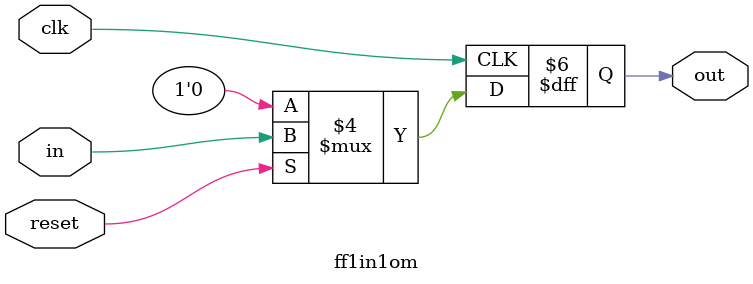
<source format=v>


  module ff1in1om(
      input clk,
      input reset,
      input wire in,
      output reg out
  );
  // Each positive edge of the clock make these changes
  always @(posedge clk)
  //If this happens on a positive edge of the clock, make the following changes for the next clock edge
  begin
    // Reset synchronous
    if (reset == 0) // If reset in LOW nonblobking assing zero
    begin
      out <= 0;
    end // end if
    else begin // reset  == 1
      out <= in;
    end // end else
  end // end always posedge clk

endmodule

// Local Variables:
// verilog-library-directories:("."):
// End:

</source>
